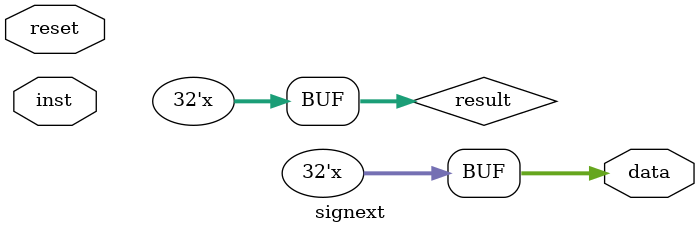
<source format=v>
`timescale 1ns / 1ps


module signext(
    input reset,
    input [15:0] inst,
    output [31:0] data
    );
    
    integer temp;
    reg [31:0] result;
    
    always @(inst)
    begin
        if (inst>=16'b1000000000000000)
            result = {16'b1111111111111111,inst};
        else
            result = {16'b0000000000000000,inst};
    end
    
    always @(*)
    begin
        if (reset)
            result = 32'bx;
    end
    
    assign data = result;
    
endmodule

</source>
